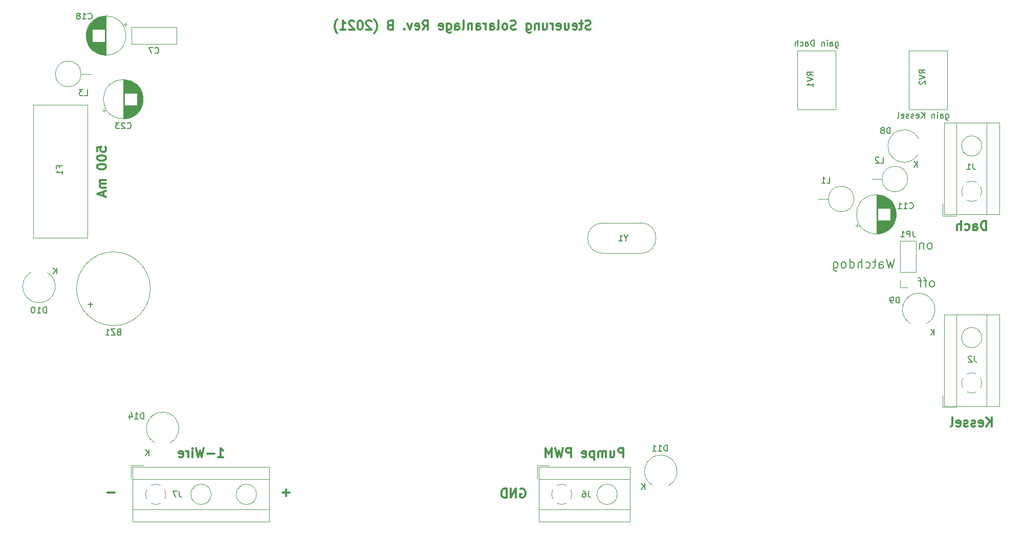
<source format=gbr>
%TF.GenerationSoftware,KiCad,Pcbnew,(5.1.9)-1*%
%TF.CreationDate,2021-03-04T22:01:39+01:00*%
%TF.ProjectId,Solaranlage,536f6c61-7261-46e6-9c61-67652e6b6963,rev?*%
%TF.SameCoordinates,Original*%
%TF.FileFunction,Legend,Bot*%
%TF.FilePolarity,Positive*%
%FSLAX46Y46*%
G04 Gerber Fmt 4.6, Leading zero omitted, Abs format (unit mm)*
G04 Created by KiCad (PCBNEW (5.1.9)-1) date 2021-03-04 22:01:39*
%MOMM*%
%LPD*%
G01*
G04 APERTURE LIST*
%ADD10C,0.300000*%
%ADD11C,0.150000*%
%ADD12C,0.120000*%
G04 APERTURE END LIST*
D10*
X160222285Y-58646142D02*
X160008000Y-58717571D01*
X159650857Y-58717571D01*
X159508000Y-58646142D01*
X159436571Y-58574714D01*
X159365142Y-58431857D01*
X159365142Y-58289000D01*
X159436571Y-58146142D01*
X159508000Y-58074714D01*
X159650857Y-58003285D01*
X159936571Y-57931857D01*
X160079428Y-57860428D01*
X160150857Y-57789000D01*
X160222285Y-57646142D01*
X160222285Y-57503285D01*
X160150857Y-57360428D01*
X160079428Y-57289000D01*
X159936571Y-57217571D01*
X159579428Y-57217571D01*
X159365142Y-57289000D01*
X158936571Y-57717571D02*
X158365142Y-57717571D01*
X158722285Y-57217571D02*
X158722285Y-58503285D01*
X158650857Y-58646142D01*
X158508000Y-58717571D01*
X158365142Y-58717571D01*
X157293714Y-58646142D02*
X157436571Y-58717571D01*
X157722285Y-58717571D01*
X157865142Y-58646142D01*
X157936571Y-58503285D01*
X157936571Y-57931857D01*
X157865142Y-57789000D01*
X157722285Y-57717571D01*
X157436571Y-57717571D01*
X157293714Y-57789000D01*
X157222285Y-57931857D01*
X157222285Y-58074714D01*
X157936571Y-58217571D01*
X155936571Y-57717571D02*
X155936571Y-58717571D01*
X156579428Y-57717571D02*
X156579428Y-58503285D01*
X156508000Y-58646142D01*
X156365142Y-58717571D01*
X156150857Y-58717571D01*
X156008000Y-58646142D01*
X155936571Y-58574714D01*
X154650857Y-58646142D02*
X154793714Y-58717571D01*
X155079428Y-58717571D01*
X155222285Y-58646142D01*
X155293714Y-58503285D01*
X155293714Y-57931857D01*
X155222285Y-57789000D01*
X155079428Y-57717571D01*
X154793714Y-57717571D01*
X154650857Y-57789000D01*
X154579428Y-57931857D01*
X154579428Y-58074714D01*
X155293714Y-58217571D01*
X153936571Y-58717571D02*
X153936571Y-57717571D01*
X153936571Y-58003285D02*
X153865142Y-57860428D01*
X153793714Y-57789000D01*
X153650857Y-57717571D01*
X153508000Y-57717571D01*
X152365142Y-57717571D02*
X152365142Y-58717571D01*
X153008000Y-57717571D02*
X153008000Y-58503285D01*
X152936571Y-58646142D01*
X152793714Y-58717571D01*
X152579428Y-58717571D01*
X152436571Y-58646142D01*
X152365142Y-58574714D01*
X151650857Y-57717571D02*
X151650857Y-58717571D01*
X151650857Y-57860428D02*
X151579428Y-57789000D01*
X151436571Y-57717571D01*
X151222285Y-57717571D01*
X151079428Y-57789000D01*
X151008000Y-57931857D01*
X151008000Y-58717571D01*
X149650857Y-57717571D02*
X149650857Y-58931857D01*
X149722285Y-59074714D01*
X149793714Y-59146142D01*
X149936571Y-59217571D01*
X150150857Y-59217571D01*
X150293714Y-59146142D01*
X149650857Y-58646142D02*
X149793714Y-58717571D01*
X150079428Y-58717571D01*
X150222285Y-58646142D01*
X150293714Y-58574714D01*
X150365142Y-58431857D01*
X150365142Y-58003285D01*
X150293714Y-57860428D01*
X150222285Y-57789000D01*
X150079428Y-57717571D01*
X149793714Y-57717571D01*
X149650857Y-57789000D01*
X147865142Y-58646142D02*
X147650857Y-58717571D01*
X147293714Y-58717571D01*
X147150857Y-58646142D01*
X147079428Y-58574714D01*
X147008000Y-58431857D01*
X147008000Y-58289000D01*
X147079428Y-58146142D01*
X147150857Y-58074714D01*
X147293714Y-58003285D01*
X147579428Y-57931857D01*
X147722285Y-57860428D01*
X147793714Y-57789000D01*
X147865142Y-57646142D01*
X147865142Y-57503285D01*
X147793714Y-57360428D01*
X147722285Y-57289000D01*
X147579428Y-57217571D01*
X147222285Y-57217571D01*
X147008000Y-57289000D01*
X146150857Y-58717571D02*
X146293714Y-58646142D01*
X146365142Y-58574714D01*
X146436571Y-58431857D01*
X146436571Y-58003285D01*
X146365142Y-57860428D01*
X146293714Y-57789000D01*
X146150857Y-57717571D01*
X145936571Y-57717571D01*
X145793714Y-57789000D01*
X145722285Y-57860428D01*
X145650857Y-58003285D01*
X145650857Y-58431857D01*
X145722285Y-58574714D01*
X145793714Y-58646142D01*
X145936571Y-58717571D01*
X146150857Y-58717571D01*
X144793714Y-58717571D02*
X144936571Y-58646142D01*
X145008000Y-58503285D01*
X145008000Y-57217571D01*
X143579428Y-58717571D02*
X143579428Y-57931857D01*
X143650857Y-57789000D01*
X143793714Y-57717571D01*
X144079428Y-57717571D01*
X144222285Y-57789000D01*
X143579428Y-58646142D02*
X143722285Y-58717571D01*
X144079428Y-58717571D01*
X144222285Y-58646142D01*
X144293714Y-58503285D01*
X144293714Y-58360428D01*
X144222285Y-58217571D01*
X144079428Y-58146142D01*
X143722285Y-58146142D01*
X143579428Y-58074714D01*
X142865142Y-58717571D02*
X142865142Y-57717571D01*
X142865142Y-58003285D02*
X142793714Y-57860428D01*
X142722285Y-57789000D01*
X142579428Y-57717571D01*
X142436571Y-57717571D01*
X141293714Y-58717571D02*
X141293714Y-57931857D01*
X141365142Y-57789000D01*
X141508000Y-57717571D01*
X141793714Y-57717571D01*
X141936571Y-57789000D01*
X141293714Y-58646142D02*
X141436571Y-58717571D01*
X141793714Y-58717571D01*
X141936571Y-58646142D01*
X142008000Y-58503285D01*
X142008000Y-58360428D01*
X141936571Y-58217571D01*
X141793714Y-58146142D01*
X141436571Y-58146142D01*
X141293714Y-58074714D01*
X140579428Y-57717571D02*
X140579428Y-58717571D01*
X140579428Y-57860428D02*
X140508000Y-57789000D01*
X140365142Y-57717571D01*
X140150857Y-57717571D01*
X140008000Y-57789000D01*
X139936571Y-57931857D01*
X139936571Y-58717571D01*
X139008000Y-58717571D02*
X139150857Y-58646142D01*
X139222285Y-58503285D01*
X139222285Y-57217571D01*
X137793714Y-58717571D02*
X137793714Y-57931857D01*
X137865142Y-57789000D01*
X138008000Y-57717571D01*
X138293714Y-57717571D01*
X138436571Y-57789000D01*
X137793714Y-58646142D02*
X137936571Y-58717571D01*
X138293714Y-58717571D01*
X138436571Y-58646142D01*
X138508000Y-58503285D01*
X138508000Y-58360428D01*
X138436571Y-58217571D01*
X138293714Y-58146142D01*
X137936571Y-58146142D01*
X137793714Y-58074714D01*
X136436571Y-57717571D02*
X136436571Y-58931857D01*
X136508000Y-59074714D01*
X136579428Y-59146142D01*
X136722285Y-59217571D01*
X136936571Y-59217571D01*
X137079428Y-59146142D01*
X136436571Y-58646142D02*
X136579428Y-58717571D01*
X136865142Y-58717571D01*
X137008000Y-58646142D01*
X137079428Y-58574714D01*
X137150857Y-58431857D01*
X137150857Y-58003285D01*
X137079428Y-57860428D01*
X137008000Y-57789000D01*
X136865142Y-57717571D01*
X136579428Y-57717571D01*
X136436571Y-57789000D01*
X135150857Y-58646142D02*
X135293714Y-58717571D01*
X135579428Y-58717571D01*
X135722285Y-58646142D01*
X135793714Y-58503285D01*
X135793714Y-57931857D01*
X135722285Y-57789000D01*
X135579428Y-57717571D01*
X135293714Y-57717571D01*
X135150857Y-57789000D01*
X135079428Y-57931857D01*
X135079428Y-58074714D01*
X135793714Y-58217571D01*
X132436571Y-58717571D02*
X132936571Y-58003285D01*
X133293714Y-58717571D02*
X133293714Y-57217571D01*
X132722285Y-57217571D01*
X132579428Y-57289000D01*
X132508000Y-57360428D01*
X132436571Y-57503285D01*
X132436571Y-57717571D01*
X132508000Y-57860428D01*
X132579428Y-57931857D01*
X132722285Y-58003285D01*
X133293714Y-58003285D01*
X131222285Y-58646142D02*
X131365142Y-58717571D01*
X131650857Y-58717571D01*
X131793714Y-58646142D01*
X131865142Y-58503285D01*
X131865142Y-57931857D01*
X131793714Y-57789000D01*
X131650857Y-57717571D01*
X131365142Y-57717571D01*
X131222285Y-57789000D01*
X131150857Y-57931857D01*
X131150857Y-58074714D01*
X131865142Y-58217571D01*
X130650857Y-57717571D02*
X130293714Y-58717571D01*
X129936571Y-57717571D01*
X129365142Y-58574714D02*
X129293714Y-58646142D01*
X129365142Y-58717571D01*
X129436571Y-58646142D01*
X129365142Y-58574714D01*
X129365142Y-58717571D01*
X127008000Y-57931857D02*
X126793714Y-58003285D01*
X126722285Y-58074714D01*
X126650857Y-58217571D01*
X126650857Y-58431857D01*
X126722285Y-58574714D01*
X126793714Y-58646142D01*
X126936571Y-58717571D01*
X127508000Y-58717571D01*
X127508000Y-57217571D01*
X127008000Y-57217571D01*
X126865142Y-57289000D01*
X126793714Y-57360428D01*
X126722285Y-57503285D01*
X126722285Y-57646142D01*
X126793714Y-57789000D01*
X126865142Y-57860428D01*
X127008000Y-57931857D01*
X127508000Y-57931857D01*
X124436571Y-59289000D02*
X124508000Y-59217571D01*
X124650857Y-59003285D01*
X124722285Y-58860428D01*
X124793714Y-58646142D01*
X124865142Y-58289000D01*
X124865142Y-58003285D01*
X124793714Y-57646142D01*
X124722285Y-57431857D01*
X124650857Y-57289000D01*
X124508000Y-57074714D01*
X124436571Y-57003285D01*
X123936571Y-57360428D02*
X123865142Y-57289000D01*
X123722285Y-57217571D01*
X123365142Y-57217571D01*
X123222285Y-57289000D01*
X123150857Y-57360428D01*
X123079428Y-57503285D01*
X123079428Y-57646142D01*
X123150857Y-57860428D01*
X124008000Y-58717571D01*
X123079428Y-58717571D01*
X122150857Y-57217571D02*
X122008000Y-57217571D01*
X121865142Y-57289000D01*
X121793714Y-57360428D01*
X121722285Y-57503285D01*
X121650857Y-57789000D01*
X121650857Y-58146142D01*
X121722285Y-58431857D01*
X121793714Y-58574714D01*
X121865142Y-58646142D01*
X122008000Y-58717571D01*
X122150857Y-58717571D01*
X122293714Y-58646142D01*
X122365142Y-58574714D01*
X122436571Y-58431857D01*
X122508000Y-58146142D01*
X122508000Y-57789000D01*
X122436571Y-57503285D01*
X122365142Y-57360428D01*
X122293714Y-57289000D01*
X122150857Y-57217571D01*
X121079428Y-57360428D02*
X121008000Y-57289000D01*
X120865142Y-57217571D01*
X120508000Y-57217571D01*
X120365142Y-57289000D01*
X120293714Y-57360428D01*
X120222285Y-57503285D01*
X120222285Y-57646142D01*
X120293714Y-57860428D01*
X121150857Y-58717571D01*
X120222285Y-58717571D01*
X118793714Y-58717571D02*
X119650857Y-58717571D01*
X119222285Y-58717571D02*
X119222285Y-57217571D01*
X119365142Y-57431857D01*
X119508000Y-57574714D01*
X119650857Y-57646142D01*
X118293714Y-59289000D02*
X118222285Y-59217571D01*
X118079428Y-59003285D01*
X118008000Y-58860428D01*
X117936571Y-58646142D01*
X117865142Y-58289000D01*
X117865142Y-58003285D01*
X117936571Y-57646142D01*
X118008000Y-57431857D01*
X118079428Y-57289000D01*
X118222285Y-57074714D01*
X118293714Y-57003285D01*
X78553571Y-78883285D02*
X78553571Y-78169000D01*
X79267857Y-78097571D01*
X79196428Y-78169000D01*
X79125000Y-78311857D01*
X79125000Y-78669000D01*
X79196428Y-78811857D01*
X79267857Y-78883285D01*
X79410714Y-78954714D01*
X79767857Y-78954714D01*
X79910714Y-78883285D01*
X79982142Y-78811857D01*
X80053571Y-78669000D01*
X80053571Y-78311857D01*
X79982142Y-78169000D01*
X79910714Y-78097571D01*
X78553571Y-79883285D02*
X78553571Y-80026142D01*
X78625000Y-80169000D01*
X78696428Y-80240428D01*
X78839285Y-80311857D01*
X79125000Y-80383285D01*
X79482142Y-80383285D01*
X79767857Y-80311857D01*
X79910714Y-80240428D01*
X79982142Y-80169000D01*
X80053571Y-80026142D01*
X80053571Y-79883285D01*
X79982142Y-79740428D01*
X79910714Y-79669000D01*
X79767857Y-79597571D01*
X79482142Y-79526142D01*
X79125000Y-79526142D01*
X78839285Y-79597571D01*
X78696428Y-79669000D01*
X78625000Y-79740428D01*
X78553571Y-79883285D01*
X78553571Y-81311857D02*
X78553571Y-81454714D01*
X78625000Y-81597571D01*
X78696428Y-81669000D01*
X78839285Y-81740428D01*
X79125000Y-81811857D01*
X79482142Y-81811857D01*
X79767857Y-81740428D01*
X79910714Y-81669000D01*
X79982142Y-81597571D01*
X80053571Y-81454714D01*
X80053571Y-81311857D01*
X79982142Y-81169000D01*
X79910714Y-81097571D01*
X79767857Y-81026142D01*
X79482142Y-80954714D01*
X79125000Y-80954714D01*
X78839285Y-81026142D01*
X78696428Y-81097571D01*
X78625000Y-81169000D01*
X78553571Y-81311857D01*
X80053571Y-83597571D02*
X79053571Y-83597571D01*
X79196428Y-83597571D02*
X79125000Y-83669000D01*
X79053571Y-83811857D01*
X79053571Y-84026142D01*
X79125000Y-84169000D01*
X79267857Y-84240428D01*
X80053571Y-84240428D01*
X79267857Y-84240428D02*
X79125000Y-84311857D01*
X79053571Y-84454714D01*
X79053571Y-84669000D01*
X79125000Y-84811857D01*
X79267857Y-84883285D01*
X80053571Y-84883285D01*
X79625000Y-85526142D02*
X79625000Y-86240428D01*
X80053571Y-85383285D02*
X78553571Y-85883285D01*
X80053571Y-86383285D01*
X148589857Y-134766000D02*
X148732714Y-134694571D01*
X148947000Y-134694571D01*
X149161285Y-134766000D01*
X149304142Y-134908857D01*
X149375571Y-135051714D01*
X149447000Y-135337428D01*
X149447000Y-135551714D01*
X149375571Y-135837428D01*
X149304142Y-135980285D01*
X149161285Y-136123142D01*
X148947000Y-136194571D01*
X148804142Y-136194571D01*
X148589857Y-136123142D01*
X148518428Y-136051714D01*
X148518428Y-135551714D01*
X148804142Y-135551714D01*
X147875571Y-136194571D02*
X147875571Y-134694571D01*
X147018428Y-136194571D01*
X147018428Y-134694571D01*
X146304142Y-136194571D02*
X146304142Y-134694571D01*
X145947000Y-134694571D01*
X145732714Y-134766000D01*
X145589857Y-134908857D01*
X145518428Y-135051714D01*
X145447000Y-135337428D01*
X145447000Y-135551714D01*
X145518428Y-135837428D01*
X145589857Y-135980285D01*
X145732714Y-136123142D01*
X145947000Y-136194571D01*
X146304142Y-136194571D01*
X81470428Y-135362142D02*
X80327571Y-135362142D01*
X110426428Y-135362142D02*
X109283571Y-135362142D01*
X109855000Y-135933571D02*
X109855000Y-134790714D01*
X98586428Y-129456571D02*
X99443571Y-129456571D01*
X99015000Y-129456571D02*
X99015000Y-127956571D01*
X99157857Y-128170857D01*
X99300714Y-128313714D01*
X99443571Y-128385142D01*
X97943571Y-128885142D02*
X96800714Y-128885142D01*
X96229285Y-127956571D02*
X95872142Y-129456571D01*
X95586428Y-128385142D01*
X95300714Y-129456571D01*
X94943571Y-127956571D01*
X94372142Y-129456571D02*
X94372142Y-128456571D01*
X94372142Y-127956571D02*
X94443571Y-128028000D01*
X94372142Y-128099428D01*
X94300714Y-128028000D01*
X94372142Y-127956571D01*
X94372142Y-128099428D01*
X93657857Y-129456571D02*
X93657857Y-128456571D01*
X93657857Y-128742285D02*
X93586428Y-128599428D01*
X93515000Y-128528000D01*
X93372142Y-128456571D01*
X93229285Y-128456571D01*
X92157857Y-129385142D02*
X92300714Y-129456571D01*
X92586428Y-129456571D01*
X92729285Y-129385142D01*
X92800714Y-129242285D01*
X92800714Y-128670857D01*
X92729285Y-128528000D01*
X92586428Y-128456571D01*
X92300714Y-128456571D01*
X92157857Y-128528000D01*
X92086428Y-128670857D01*
X92086428Y-128813714D01*
X92800714Y-128956571D01*
D11*
X216788856Y-101297072D02*
X216931713Y-101225643D01*
X217003142Y-101154215D01*
X217074571Y-101011358D01*
X217074571Y-100582786D01*
X217003142Y-100439929D01*
X216931713Y-100368501D01*
X216788856Y-100297072D01*
X216574571Y-100297072D01*
X216431713Y-100368501D01*
X216360285Y-100439929D01*
X216288856Y-100582786D01*
X216288856Y-101011358D01*
X216360285Y-101154215D01*
X216431713Y-101225643D01*
X216574571Y-101297072D01*
X216788856Y-101297072D01*
X215860285Y-100297072D02*
X215288856Y-100297072D01*
X215645999Y-101297072D02*
X215645999Y-100011358D01*
X215574571Y-99868501D01*
X215431713Y-99797072D01*
X215288856Y-99797072D01*
X215003142Y-100297072D02*
X214431713Y-100297072D01*
X214788856Y-101297072D02*
X214788856Y-100011358D01*
X214717428Y-99868501D01*
X214574571Y-99797072D01*
X214431713Y-99797072D01*
X216431714Y-94997070D02*
X216574571Y-94925641D01*
X216646000Y-94854213D01*
X216717428Y-94711356D01*
X216717428Y-94282784D01*
X216646000Y-94139927D01*
X216574571Y-94068499D01*
X216431714Y-93997070D01*
X216217428Y-93997070D01*
X216074571Y-94068499D01*
X216003142Y-94139927D01*
X215931714Y-94282784D01*
X215931714Y-94711356D01*
X216003142Y-94854213D01*
X216074571Y-94925641D01*
X216217428Y-94997070D01*
X216431714Y-94997070D01*
X215288857Y-93997070D02*
X215288857Y-94997070D01*
X215288857Y-94139927D02*
X215217428Y-94068499D01*
X215074571Y-93997070D01*
X214860285Y-93997070D01*
X214717428Y-94068499D01*
X214646000Y-94211356D01*
X214646000Y-94997070D01*
X210466142Y-96647071D02*
X210109000Y-98147071D01*
X209823285Y-97075642D01*
X209537571Y-98147071D01*
X209180428Y-96647071D01*
X207966142Y-98147071D02*
X207966142Y-97361357D01*
X208037571Y-97218500D01*
X208180428Y-97147071D01*
X208466142Y-97147071D01*
X208609000Y-97218500D01*
X207966142Y-98075642D02*
X208109000Y-98147071D01*
X208466142Y-98147071D01*
X208609000Y-98075642D01*
X208680428Y-97932785D01*
X208680428Y-97789928D01*
X208609000Y-97647071D01*
X208466142Y-97575642D01*
X208109000Y-97575642D01*
X207966142Y-97504214D01*
X207466142Y-97147071D02*
X206894714Y-97147071D01*
X207251857Y-96647071D02*
X207251857Y-97932785D01*
X207180428Y-98075642D01*
X207037571Y-98147071D01*
X206894714Y-98147071D01*
X205751857Y-98075642D02*
X205894714Y-98147071D01*
X206180428Y-98147071D01*
X206323285Y-98075642D01*
X206394714Y-98004214D01*
X206466142Y-97861357D01*
X206466142Y-97432785D01*
X206394714Y-97289928D01*
X206323285Y-97218500D01*
X206180428Y-97147071D01*
X205894714Y-97147071D01*
X205751857Y-97218500D01*
X205109000Y-98147071D02*
X205109000Y-96647071D01*
X204466142Y-98147071D02*
X204466142Y-97361357D01*
X204537571Y-97218500D01*
X204680428Y-97147071D01*
X204894714Y-97147071D01*
X205037571Y-97218500D01*
X205109000Y-97289928D01*
X203109000Y-98147071D02*
X203109000Y-96647071D01*
X203109000Y-98075642D02*
X203251857Y-98147071D01*
X203537571Y-98147071D01*
X203680428Y-98075642D01*
X203751857Y-98004214D01*
X203823285Y-97861357D01*
X203823285Y-97432785D01*
X203751857Y-97289928D01*
X203680428Y-97218500D01*
X203537571Y-97147071D01*
X203251857Y-97147071D01*
X203109000Y-97218500D01*
X202180428Y-98147071D02*
X202323285Y-98075642D01*
X202394714Y-98004214D01*
X202466142Y-97861357D01*
X202466142Y-97432785D01*
X202394714Y-97289928D01*
X202323285Y-97218500D01*
X202180428Y-97147071D01*
X201966142Y-97147071D01*
X201823285Y-97218500D01*
X201751857Y-97289928D01*
X201680428Y-97432785D01*
X201680428Y-97861357D01*
X201751857Y-98004214D01*
X201823285Y-98075642D01*
X201966142Y-98147071D01*
X202180428Y-98147071D01*
X200394714Y-97147071D02*
X200394714Y-98361357D01*
X200466142Y-98504214D01*
X200537571Y-98575642D01*
X200680428Y-98647071D01*
X200894714Y-98647071D01*
X201037571Y-98575642D01*
X200394714Y-98075642D02*
X200537571Y-98147071D01*
X200823285Y-98147071D01*
X200966142Y-98075642D01*
X201037571Y-98004214D01*
X201109000Y-97861357D01*
X201109000Y-97432785D01*
X201037571Y-97289928D01*
X200966142Y-97218500D01*
X200823285Y-97147071D01*
X200537571Y-97147071D01*
X200394714Y-97218500D01*
X219003095Y-72683714D02*
X219003095Y-73493238D01*
X219050714Y-73588476D01*
X219098333Y-73636095D01*
X219193571Y-73683714D01*
X219336428Y-73683714D01*
X219431666Y-73636095D01*
X219003095Y-73302761D02*
X219098333Y-73350380D01*
X219288809Y-73350380D01*
X219384047Y-73302761D01*
X219431666Y-73255142D01*
X219479285Y-73159904D01*
X219479285Y-72874190D01*
X219431666Y-72778952D01*
X219384047Y-72731333D01*
X219288809Y-72683714D01*
X219098333Y-72683714D01*
X219003095Y-72731333D01*
X218098333Y-73350380D02*
X218098333Y-72826571D01*
X218145952Y-72731333D01*
X218241190Y-72683714D01*
X218431666Y-72683714D01*
X218526904Y-72731333D01*
X218098333Y-73302761D02*
X218193571Y-73350380D01*
X218431666Y-73350380D01*
X218526904Y-73302761D01*
X218574523Y-73207523D01*
X218574523Y-73112285D01*
X218526904Y-73017047D01*
X218431666Y-72969428D01*
X218193571Y-72969428D01*
X218098333Y-72921809D01*
X217622142Y-73350380D02*
X217622142Y-72683714D01*
X217622142Y-72350380D02*
X217669761Y-72398000D01*
X217622142Y-72445619D01*
X217574523Y-72398000D01*
X217622142Y-72350380D01*
X217622142Y-72445619D01*
X217145952Y-72683714D02*
X217145952Y-73350380D01*
X217145952Y-72778952D02*
X217098333Y-72731333D01*
X217003095Y-72683714D01*
X216860238Y-72683714D01*
X216765000Y-72731333D01*
X216717380Y-72826571D01*
X216717380Y-73350380D01*
X215479285Y-73350380D02*
X215479285Y-72350380D01*
X214907857Y-73350380D02*
X215336428Y-72778952D01*
X214907857Y-72350380D02*
X215479285Y-72921809D01*
X214098333Y-73302761D02*
X214193571Y-73350380D01*
X214384047Y-73350380D01*
X214479285Y-73302761D01*
X214526904Y-73207523D01*
X214526904Y-72826571D01*
X214479285Y-72731333D01*
X214384047Y-72683714D01*
X214193571Y-72683714D01*
X214098333Y-72731333D01*
X214050714Y-72826571D01*
X214050714Y-72921809D01*
X214526904Y-73017047D01*
X213669761Y-73302761D02*
X213574523Y-73350380D01*
X213384047Y-73350380D01*
X213288809Y-73302761D01*
X213241190Y-73207523D01*
X213241190Y-73159904D01*
X213288809Y-73064666D01*
X213384047Y-73017047D01*
X213526904Y-73017047D01*
X213622142Y-72969428D01*
X213669761Y-72874190D01*
X213669761Y-72826571D01*
X213622142Y-72731333D01*
X213526904Y-72683714D01*
X213384047Y-72683714D01*
X213288809Y-72731333D01*
X212860238Y-73302761D02*
X212765000Y-73350380D01*
X212574523Y-73350380D01*
X212479285Y-73302761D01*
X212431666Y-73207523D01*
X212431666Y-73159904D01*
X212479285Y-73064666D01*
X212574523Y-73017047D01*
X212717380Y-73017047D01*
X212812619Y-72969428D01*
X212860238Y-72874190D01*
X212860238Y-72826571D01*
X212812619Y-72731333D01*
X212717380Y-72683714D01*
X212574523Y-72683714D01*
X212479285Y-72731333D01*
X211622142Y-73302761D02*
X211717380Y-73350380D01*
X211907857Y-73350380D01*
X212003095Y-73302761D01*
X212050714Y-73207523D01*
X212050714Y-72826571D01*
X212003095Y-72731333D01*
X211907857Y-72683714D01*
X211717380Y-72683714D01*
X211622142Y-72731333D01*
X211574523Y-72826571D01*
X211574523Y-72921809D01*
X212050714Y-73017047D01*
X211003095Y-73350380D02*
X211098333Y-73302761D01*
X211145952Y-73207523D01*
X211145952Y-72350380D01*
X200754857Y-60745714D02*
X200754857Y-61555238D01*
X200802476Y-61650476D01*
X200850095Y-61698095D01*
X200945333Y-61745714D01*
X201088190Y-61745714D01*
X201183428Y-61698095D01*
X200754857Y-61364761D02*
X200850095Y-61412380D01*
X201040571Y-61412380D01*
X201135809Y-61364761D01*
X201183428Y-61317142D01*
X201231047Y-61221904D01*
X201231047Y-60936190D01*
X201183428Y-60840952D01*
X201135809Y-60793333D01*
X201040571Y-60745714D01*
X200850095Y-60745714D01*
X200754857Y-60793333D01*
X199850095Y-61412380D02*
X199850095Y-60888571D01*
X199897714Y-60793333D01*
X199992952Y-60745714D01*
X200183428Y-60745714D01*
X200278666Y-60793333D01*
X199850095Y-61364761D02*
X199945333Y-61412380D01*
X200183428Y-61412380D01*
X200278666Y-61364761D01*
X200326285Y-61269523D01*
X200326285Y-61174285D01*
X200278666Y-61079047D01*
X200183428Y-61031428D01*
X199945333Y-61031428D01*
X199850095Y-60983809D01*
X199373904Y-61412380D02*
X199373904Y-60745714D01*
X199373904Y-60412380D02*
X199421523Y-60460000D01*
X199373904Y-60507619D01*
X199326285Y-60460000D01*
X199373904Y-60412380D01*
X199373904Y-60507619D01*
X198897714Y-60745714D02*
X198897714Y-61412380D01*
X198897714Y-60840952D02*
X198850095Y-60793333D01*
X198754857Y-60745714D01*
X198612000Y-60745714D01*
X198516761Y-60793333D01*
X198469142Y-60888571D01*
X198469142Y-61412380D01*
X197231047Y-61412380D02*
X197231047Y-60412380D01*
X196992952Y-60412380D01*
X196850095Y-60460000D01*
X196754857Y-60555238D01*
X196707238Y-60650476D01*
X196659619Y-60840952D01*
X196659619Y-60983809D01*
X196707238Y-61174285D01*
X196754857Y-61269523D01*
X196850095Y-61364761D01*
X196992952Y-61412380D01*
X197231047Y-61412380D01*
X195802476Y-61412380D02*
X195802476Y-60888571D01*
X195850095Y-60793333D01*
X195945333Y-60745714D01*
X196135809Y-60745714D01*
X196231047Y-60793333D01*
X195802476Y-61364761D02*
X195897714Y-61412380D01*
X196135809Y-61412380D01*
X196231047Y-61364761D01*
X196278666Y-61269523D01*
X196278666Y-61174285D01*
X196231047Y-61079047D01*
X196135809Y-61031428D01*
X195897714Y-61031428D01*
X195802476Y-60983809D01*
X194897714Y-61364761D02*
X194992952Y-61412380D01*
X195183428Y-61412380D01*
X195278666Y-61364761D01*
X195326285Y-61317142D01*
X195373904Y-61221904D01*
X195373904Y-60936190D01*
X195326285Y-60840952D01*
X195278666Y-60793333D01*
X195183428Y-60745714D01*
X194992952Y-60745714D01*
X194897714Y-60793333D01*
X194469142Y-61412380D02*
X194469142Y-60412380D01*
X194040571Y-61412380D02*
X194040571Y-60888571D01*
X194088190Y-60793333D01*
X194183428Y-60745714D01*
X194326285Y-60745714D01*
X194421523Y-60793333D01*
X194469142Y-60840952D01*
D10*
X226551714Y-124376571D02*
X226551714Y-122876571D01*
X225694571Y-124376571D02*
X226337428Y-123519428D01*
X225694571Y-122876571D02*
X226551714Y-123733714D01*
X224480285Y-124305142D02*
X224623142Y-124376571D01*
X224908857Y-124376571D01*
X225051714Y-124305142D01*
X225123142Y-124162285D01*
X225123142Y-123590857D01*
X225051714Y-123448000D01*
X224908857Y-123376571D01*
X224623142Y-123376571D01*
X224480285Y-123448000D01*
X224408857Y-123590857D01*
X224408857Y-123733714D01*
X225123142Y-123876571D01*
X223837428Y-124305142D02*
X223694571Y-124376571D01*
X223408857Y-124376571D01*
X223266000Y-124305142D01*
X223194571Y-124162285D01*
X223194571Y-124090857D01*
X223266000Y-123948000D01*
X223408857Y-123876571D01*
X223623142Y-123876571D01*
X223766000Y-123805142D01*
X223837428Y-123662285D01*
X223837428Y-123590857D01*
X223766000Y-123448000D01*
X223623142Y-123376571D01*
X223408857Y-123376571D01*
X223266000Y-123448000D01*
X222623142Y-124305142D02*
X222480285Y-124376571D01*
X222194571Y-124376571D01*
X222051714Y-124305142D01*
X221980285Y-124162285D01*
X221980285Y-124090857D01*
X222051714Y-123948000D01*
X222194571Y-123876571D01*
X222408857Y-123876571D01*
X222551714Y-123805142D01*
X222623142Y-123662285D01*
X222623142Y-123590857D01*
X222551714Y-123448000D01*
X222408857Y-123376571D01*
X222194571Y-123376571D01*
X222051714Y-123448000D01*
X220766000Y-124305142D02*
X220908857Y-124376571D01*
X221194571Y-124376571D01*
X221337428Y-124305142D01*
X221408857Y-124162285D01*
X221408857Y-123590857D01*
X221337428Y-123448000D01*
X221194571Y-123376571D01*
X220908857Y-123376571D01*
X220766000Y-123448000D01*
X220694571Y-123590857D01*
X220694571Y-123733714D01*
X221408857Y-123876571D01*
X219837428Y-124376571D02*
X219980285Y-124305142D01*
X220051714Y-124162285D01*
X220051714Y-122876571D01*
X225658857Y-91864571D02*
X225658857Y-90364571D01*
X225301714Y-90364571D01*
X225087428Y-90436000D01*
X224944571Y-90578857D01*
X224873142Y-90721714D01*
X224801714Y-91007428D01*
X224801714Y-91221714D01*
X224873142Y-91507428D01*
X224944571Y-91650285D01*
X225087428Y-91793142D01*
X225301714Y-91864571D01*
X225658857Y-91864571D01*
X223516000Y-91864571D02*
X223516000Y-91078857D01*
X223587428Y-90936000D01*
X223730285Y-90864571D01*
X224016000Y-90864571D01*
X224158857Y-90936000D01*
X223516000Y-91793142D02*
X223658857Y-91864571D01*
X224016000Y-91864571D01*
X224158857Y-91793142D01*
X224230285Y-91650285D01*
X224230285Y-91507428D01*
X224158857Y-91364571D01*
X224016000Y-91293142D01*
X223658857Y-91293142D01*
X223516000Y-91221714D01*
X222158857Y-91793142D02*
X222301714Y-91864571D01*
X222587428Y-91864571D01*
X222730285Y-91793142D01*
X222801714Y-91721714D01*
X222873142Y-91578857D01*
X222873142Y-91150285D01*
X222801714Y-91007428D01*
X222730285Y-90936000D01*
X222587428Y-90864571D01*
X222301714Y-90864571D01*
X222158857Y-90936000D01*
X221516000Y-91864571D02*
X221516000Y-90364571D01*
X220873142Y-91864571D02*
X220873142Y-91078857D01*
X220944571Y-90936000D01*
X221087428Y-90864571D01*
X221301714Y-90864571D01*
X221444571Y-90936000D01*
X221516000Y-91007428D01*
X165626571Y-129456571D02*
X165626571Y-127956571D01*
X165055142Y-127956571D01*
X164912285Y-128028000D01*
X164840857Y-128099428D01*
X164769428Y-128242285D01*
X164769428Y-128456571D01*
X164840857Y-128599428D01*
X164912285Y-128670857D01*
X165055142Y-128742285D01*
X165626571Y-128742285D01*
X163483714Y-128456571D02*
X163483714Y-129456571D01*
X164126571Y-128456571D02*
X164126571Y-129242285D01*
X164055142Y-129385142D01*
X163912285Y-129456571D01*
X163698000Y-129456571D01*
X163555142Y-129385142D01*
X163483714Y-129313714D01*
X162769428Y-129456571D02*
X162769428Y-128456571D01*
X162769428Y-128599428D02*
X162698000Y-128528000D01*
X162555142Y-128456571D01*
X162340857Y-128456571D01*
X162198000Y-128528000D01*
X162126571Y-128670857D01*
X162126571Y-129456571D01*
X162126571Y-128670857D02*
X162055142Y-128528000D01*
X161912285Y-128456571D01*
X161698000Y-128456571D01*
X161555142Y-128528000D01*
X161483714Y-128670857D01*
X161483714Y-129456571D01*
X160769428Y-128456571D02*
X160769428Y-129956571D01*
X160769428Y-128528000D02*
X160626571Y-128456571D01*
X160340857Y-128456571D01*
X160198000Y-128528000D01*
X160126571Y-128599428D01*
X160055142Y-128742285D01*
X160055142Y-129170857D01*
X160126571Y-129313714D01*
X160198000Y-129385142D01*
X160340857Y-129456571D01*
X160626571Y-129456571D01*
X160769428Y-129385142D01*
X158840857Y-129385142D02*
X158983714Y-129456571D01*
X159269428Y-129456571D01*
X159412285Y-129385142D01*
X159483714Y-129242285D01*
X159483714Y-128670857D01*
X159412285Y-128528000D01*
X159269428Y-128456571D01*
X158983714Y-128456571D01*
X158840857Y-128528000D01*
X158769428Y-128670857D01*
X158769428Y-128813714D01*
X159483714Y-128956571D01*
X156983714Y-129456571D02*
X156983714Y-127956571D01*
X156412285Y-127956571D01*
X156269428Y-128028000D01*
X156198000Y-128099428D01*
X156126571Y-128242285D01*
X156126571Y-128456571D01*
X156198000Y-128599428D01*
X156269428Y-128670857D01*
X156412285Y-128742285D01*
X156983714Y-128742285D01*
X155626571Y-127956571D02*
X155269428Y-129456571D01*
X154983714Y-128385142D01*
X154698000Y-129456571D01*
X154340857Y-127956571D01*
X153769428Y-129456571D02*
X153769428Y-127956571D01*
X153269428Y-129028000D01*
X152769428Y-127956571D01*
X152769428Y-129456571D01*
D12*
%TO.C,C7*%
X84251000Y-61060000D02*
X91691000Y-61060000D01*
X84251000Y-58320000D02*
X91691000Y-58320000D01*
X84251000Y-61060000D02*
X84251000Y-58320000D01*
X91691000Y-61060000D02*
X91691000Y-58320000D01*
%TO.C,C23*%
X86181000Y-70231000D02*
G75*
G03*
X86181000Y-70231000I-3270000J0D01*
G01*
X82911000Y-73461000D02*
X82911000Y-67001000D01*
X82951000Y-73461000D02*
X82951000Y-67001000D01*
X82991000Y-73461000D02*
X82991000Y-67001000D01*
X83031000Y-73459000D02*
X83031000Y-67003000D01*
X83071000Y-73458000D02*
X83071000Y-67004000D01*
X83111000Y-73455000D02*
X83111000Y-67007000D01*
X83151000Y-73453000D02*
X83151000Y-71271000D01*
X83151000Y-69191000D02*
X83151000Y-67009000D01*
X83191000Y-73449000D02*
X83191000Y-71271000D01*
X83191000Y-69191000D02*
X83191000Y-67013000D01*
X83231000Y-73446000D02*
X83231000Y-71271000D01*
X83231000Y-69191000D02*
X83231000Y-67016000D01*
X83271000Y-73442000D02*
X83271000Y-71271000D01*
X83271000Y-69191000D02*
X83271000Y-67020000D01*
X83311000Y-73437000D02*
X83311000Y-71271000D01*
X83311000Y-69191000D02*
X83311000Y-67025000D01*
X83351000Y-73432000D02*
X83351000Y-71271000D01*
X83351000Y-69191000D02*
X83351000Y-67030000D01*
X83391000Y-73426000D02*
X83391000Y-71271000D01*
X83391000Y-69191000D02*
X83391000Y-67036000D01*
X83431000Y-73420000D02*
X83431000Y-71271000D01*
X83431000Y-69191000D02*
X83431000Y-67042000D01*
X83471000Y-73413000D02*
X83471000Y-71271000D01*
X83471000Y-69191000D02*
X83471000Y-67049000D01*
X83511000Y-73406000D02*
X83511000Y-71271000D01*
X83511000Y-69191000D02*
X83511000Y-67056000D01*
X83551000Y-73398000D02*
X83551000Y-71271000D01*
X83551000Y-69191000D02*
X83551000Y-67064000D01*
X83591000Y-73390000D02*
X83591000Y-71271000D01*
X83591000Y-69191000D02*
X83591000Y-67072000D01*
X83632000Y-73381000D02*
X83632000Y-71271000D01*
X83632000Y-69191000D02*
X83632000Y-67081000D01*
X83672000Y-73372000D02*
X83672000Y-71271000D01*
X83672000Y-69191000D02*
X83672000Y-67090000D01*
X83712000Y-73362000D02*
X83712000Y-71271000D01*
X83712000Y-69191000D02*
X83712000Y-67100000D01*
X83752000Y-73352000D02*
X83752000Y-71271000D01*
X83752000Y-69191000D02*
X83752000Y-67110000D01*
X83792000Y-73341000D02*
X83792000Y-71271000D01*
X83792000Y-69191000D02*
X83792000Y-67121000D01*
X83832000Y-73329000D02*
X83832000Y-71271000D01*
X83832000Y-69191000D02*
X83832000Y-67133000D01*
X83872000Y-73317000D02*
X83872000Y-71271000D01*
X83872000Y-69191000D02*
X83872000Y-67145000D01*
X83912000Y-73305000D02*
X83912000Y-71271000D01*
X83912000Y-69191000D02*
X83912000Y-67157000D01*
X83952000Y-73292000D02*
X83952000Y-71271000D01*
X83952000Y-69191000D02*
X83952000Y-67170000D01*
X83992000Y-73278000D02*
X83992000Y-71271000D01*
X83992000Y-69191000D02*
X83992000Y-67184000D01*
X84032000Y-73264000D02*
X84032000Y-71271000D01*
X84032000Y-69191000D02*
X84032000Y-67198000D01*
X84072000Y-73249000D02*
X84072000Y-71271000D01*
X84072000Y-69191000D02*
X84072000Y-67213000D01*
X84112000Y-73233000D02*
X84112000Y-71271000D01*
X84112000Y-69191000D02*
X84112000Y-67229000D01*
X84152000Y-73217000D02*
X84152000Y-71271000D01*
X84152000Y-69191000D02*
X84152000Y-67245000D01*
X84192000Y-73201000D02*
X84192000Y-71271000D01*
X84192000Y-69191000D02*
X84192000Y-67261000D01*
X84232000Y-73183000D02*
X84232000Y-71271000D01*
X84232000Y-69191000D02*
X84232000Y-67279000D01*
X84272000Y-73165000D02*
X84272000Y-71271000D01*
X84272000Y-69191000D02*
X84272000Y-67297000D01*
X84312000Y-73147000D02*
X84312000Y-71271000D01*
X84312000Y-69191000D02*
X84312000Y-67315000D01*
X84352000Y-73127000D02*
X84352000Y-71271000D01*
X84352000Y-69191000D02*
X84352000Y-67335000D01*
X84392000Y-73107000D02*
X84392000Y-71271000D01*
X84392000Y-69191000D02*
X84392000Y-67355000D01*
X84432000Y-73087000D02*
X84432000Y-71271000D01*
X84432000Y-69191000D02*
X84432000Y-67375000D01*
X84472000Y-73065000D02*
X84472000Y-71271000D01*
X84472000Y-69191000D02*
X84472000Y-67397000D01*
X84512000Y-73043000D02*
X84512000Y-71271000D01*
X84512000Y-69191000D02*
X84512000Y-67419000D01*
X84552000Y-73021000D02*
X84552000Y-71271000D01*
X84552000Y-69191000D02*
X84552000Y-67441000D01*
X84592000Y-72997000D02*
X84592000Y-71271000D01*
X84592000Y-69191000D02*
X84592000Y-67465000D01*
X84632000Y-72973000D02*
X84632000Y-71271000D01*
X84632000Y-69191000D02*
X84632000Y-67489000D01*
X84672000Y-72947000D02*
X84672000Y-71271000D01*
X84672000Y-69191000D02*
X84672000Y-67515000D01*
X84712000Y-72921000D02*
X84712000Y-71271000D01*
X84712000Y-69191000D02*
X84712000Y-67541000D01*
X84752000Y-72895000D02*
X84752000Y-71271000D01*
X84752000Y-69191000D02*
X84752000Y-67567000D01*
X84792000Y-72867000D02*
X84792000Y-71271000D01*
X84792000Y-69191000D02*
X84792000Y-67595000D01*
X84832000Y-72838000D02*
X84832000Y-71271000D01*
X84832000Y-69191000D02*
X84832000Y-67624000D01*
X84872000Y-72809000D02*
X84872000Y-71271000D01*
X84872000Y-69191000D02*
X84872000Y-67653000D01*
X84912000Y-72779000D02*
X84912000Y-71271000D01*
X84912000Y-69191000D02*
X84912000Y-67683000D01*
X84952000Y-72747000D02*
X84952000Y-71271000D01*
X84952000Y-69191000D02*
X84952000Y-67715000D01*
X84992000Y-72715000D02*
X84992000Y-71271000D01*
X84992000Y-69191000D02*
X84992000Y-67747000D01*
X85032000Y-72681000D02*
X85032000Y-71271000D01*
X85032000Y-69191000D02*
X85032000Y-67781000D01*
X85072000Y-72647000D02*
X85072000Y-71271000D01*
X85072000Y-69191000D02*
X85072000Y-67815000D01*
X85112000Y-72611000D02*
X85112000Y-71271000D01*
X85112000Y-69191000D02*
X85112000Y-67851000D01*
X85152000Y-72574000D02*
X85152000Y-71271000D01*
X85152000Y-69191000D02*
X85152000Y-67888000D01*
X85192000Y-72536000D02*
X85192000Y-71271000D01*
X85192000Y-69191000D02*
X85192000Y-67926000D01*
X85232000Y-72496000D02*
X85232000Y-67966000D01*
X85272000Y-72455000D02*
X85272000Y-68007000D01*
X85312000Y-72413000D02*
X85312000Y-68049000D01*
X85352000Y-72368000D02*
X85352000Y-68094000D01*
X85392000Y-72323000D02*
X85392000Y-68139000D01*
X85432000Y-72275000D02*
X85432000Y-68187000D01*
X85472000Y-72226000D02*
X85472000Y-68236000D01*
X85512000Y-72175000D02*
X85512000Y-68287000D01*
X85552000Y-72121000D02*
X85552000Y-68341000D01*
X85592000Y-72065000D02*
X85592000Y-68397000D01*
X85632000Y-72007000D02*
X85632000Y-68455000D01*
X85672000Y-71945000D02*
X85672000Y-68517000D01*
X85712000Y-71881000D02*
X85712000Y-68581000D01*
X85752000Y-71812000D02*
X85752000Y-68650000D01*
X85792000Y-71740000D02*
X85792000Y-68722000D01*
X85832000Y-71663000D02*
X85832000Y-68799000D01*
X85872000Y-71581000D02*
X85872000Y-68881000D01*
X85912000Y-71493000D02*
X85912000Y-68969000D01*
X85952000Y-71396000D02*
X85952000Y-69066000D01*
X85992000Y-71290000D02*
X85992000Y-69172000D01*
X86032000Y-71171000D02*
X86032000Y-69291000D01*
X86072000Y-71033000D02*
X86072000Y-69429000D01*
X86112000Y-70864000D02*
X86112000Y-69598000D01*
X86152000Y-70633000D02*
X86152000Y-69829000D01*
X79410759Y-72070000D02*
X80040759Y-72070000D01*
X79725759Y-72385000D02*
X79725759Y-71755000D01*
%TO.C,F1*%
X68017000Y-71169000D02*
X77017000Y-71169000D01*
X77017000Y-71169000D02*
X77017000Y-93169000D01*
X77017000Y-93169000D02*
X68017000Y-93169000D01*
X68017000Y-93169000D02*
X68017000Y-71169000D01*
%TO.C,BZ1*%
X87370000Y-101600000D02*
G75*
G03*
X87370000Y-101600000I-6100000J0D01*
G01*
%TO.C,D14*%
X88017818Y-127023420D02*
G75*
G02*
X90708000Y-127075361I1390182J2309420D01*
G01*
%TO.C,J7*%
X84215000Y-130836000D02*
X86215000Y-130836000D01*
X84215000Y-133076000D02*
X84215000Y-130836000D01*
X102085000Y-134660000D02*
X101991000Y-134567000D01*
X104335000Y-136911000D02*
X104276000Y-136852000D01*
X102255000Y-134420000D02*
X102196000Y-134362000D01*
X104540000Y-136705000D02*
X104446000Y-136612000D01*
X94585000Y-134660000D02*
X94491000Y-134567000D01*
X96835000Y-136911000D02*
X96776000Y-136852000D01*
X94755000Y-134420000D02*
X94696000Y-134362000D01*
X97040000Y-136705000D02*
X96946000Y-136612000D01*
X107076000Y-140196000D02*
X107076000Y-131076000D01*
X84455000Y-140196000D02*
X84455000Y-131076000D01*
X84455000Y-131076000D02*
X107076000Y-131076000D01*
X84455000Y-140196000D02*
X107076000Y-140196000D01*
X84455000Y-138136000D02*
X107076000Y-138136000D01*
X84455000Y-133136000D02*
X107076000Y-133136000D01*
X104945000Y-135636000D02*
G75*
G03*
X104945000Y-135636000I-1680000J0D01*
G01*
X97445000Y-135636000D02*
G75*
G03*
X97445000Y-135636000I-1680000J0D01*
G01*
X89053712Y-134152648D02*
G75*
G03*
X88265000Y-133956000I-788712J-1483352D01*
G01*
X89748953Y-136425088D02*
G75*
G03*
X89749000Y-134847000I-1483953J789088D01*
G01*
X87475912Y-137119953D02*
G75*
G03*
X89054000Y-137120000I789088J1483953D01*
G01*
X86781047Y-134846912D02*
G75*
G03*
X86781000Y-136425000I1483953J-789088D01*
G01*
X88294383Y-133955550D02*
G75*
G03*
X87476000Y-134152000I-29383J-1680450D01*
G01*
%TO.C,L3*%
X75907000Y-66040000D02*
G75*
G03*
X75907000Y-66040000I-2120000J0D01*
G01*
X75907000Y-66040000D02*
X77567000Y-66040000D01*
%TO.C,D11*%
X170440818Y-134135420D02*
G75*
G02*
X173131000Y-134187361I1390182J2309420D01*
G01*
%TO.C,D10*%
X70351182Y-98909580D02*
G75*
G02*
X67661000Y-98857639I-1390182J-2309420D01*
G01*
%TO.C,D9*%
X213112818Y-107338420D02*
G75*
G02*
X215803000Y-107390361I1390182J2309420D01*
G01*
%TO.C,D8*%
X214399420Y-79368182D02*
G75*
G02*
X214451361Y-76678000I-2309420J1390182D01*
G01*
%TO.C,C18*%
X83215241Y-57536000D02*
X83215241Y-58166000D01*
X83530241Y-57851000D02*
X82900241Y-57851000D01*
X76789000Y-59288000D02*
X76789000Y-60092000D01*
X76829000Y-59057000D02*
X76829000Y-60323000D01*
X76869000Y-58888000D02*
X76869000Y-60492000D01*
X76909000Y-58750000D02*
X76909000Y-60630000D01*
X76949000Y-58631000D02*
X76949000Y-60749000D01*
X76989000Y-58525000D02*
X76989000Y-60855000D01*
X77029000Y-58428000D02*
X77029000Y-60952000D01*
X77069000Y-58340000D02*
X77069000Y-61040000D01*
X77109000Y-58258000D02*
X77109000Y-61122000D01*
X77149000Y-58181000D02*
X77149000Y-61199000D01*
X77189000Y-58109000D02*
X77189000Y-61271000D01*
X77229000Y-58040000D02*
X77229000Y-61340000D01*
X77269000Y-57976000D02*
X77269000Y-61404000D01*
X77309000Y-57914000D02*
X77309000Y-61466000D01*
X77349000Y-57856000D02*
X77349000Y-61524000D01*
X77389000Y-57800000D02*
X77389000Y-61580000D01*
X77429000Y-57746000D02*
X77429000Y-61634000D01*
X77469000Y-57695000D02*
X77469000Y-61685000D01*
X77509000Y-57646000D02*
X77509000Y-61734000D01*
X77549000Y-57598000D02*
X77549000Y-61782000D01*
X77589000Y-57553000D02*
X77589000Y-61827000D01*
X77629000Y-57508000D02*
X77629000Y-61872000D01*
X77669000Y-57466000D02*
X77669000Y-61914000D01*
X77709000Y-57425000D02*
X77709000Y-61955000D01*
X77749000Y-60730000D02*
X77749000Y-61995000D01*
X77749000Y-57385000D02*
X77749000Y-58650000D01*
X77789000Y-60730000D02*
X77789000Y-62033000D01*
X77789000Y-57347000D02*
X77789000Y-58650000D01*
X77829000Y-60730000D02*
X77829000Y-62070000D01*
X77829000Y-57310000D02*
X77829000Y-58650000D01*
X77869000Y-60730000D02*
X77869000Y-62106000D01*
X77869000Y-57274000D02*
X77869000Y-58650000D01*
X77909000Y-60730000D02*
X77909000Y-62140000D01*
X77909000Y-57240000D02*
X77909000Y-58650000D01*
X77949000Y-60730000D02*
X77949000Y-62174000D01*
X77949000Y-57206000D02*
X77949000Y-58650000D01*
X77989000Y-60730000D02*
X77989000Y-62206000D01*
X77989000Y-57174000D02*
X77989000Y-58650000D01*
X78029000Y-60730000D02*
X78029000Y-62238000D01*
X78029000Y-57142000D02*
X78029000Y-58650000D01*
X78069000Y-60730000D02*
X78069000Y-62268000D01*
X78069000Y-57112000D02*
X78069000Y-58650000D01*
X78109000Y-60730000D02*
X78109000Y-62297000D01*
X78109000Y-57083000D02*
X78109000Y-58650000D01*
X78149000Y-60730000D02*
X78149000Y-62326000D01*
X78149000Y-57054000D02*
X78149000Y-58650000D01*
X78189000Y-60730000D02*
X78189000Y-62354000D01*
X78189000Y-57026000D02*
X78189000Y-58650000D01*
X78229000Y-60730000D02*
X78229000Y-62380000D01*
X78229000Y-57000000D02*
X78229000Y-58650000D01*
X78269000Y-60730000D02*
X78269000Y-62406000D01*
X78269000Y-56974000D02*
X78269000Y-58650000D01*
X78309000Y-60730000D02*
X78309000Y-62432000D01*
X78309000Y-56948000D02*
X78309000Y-58650000D01*
X78349000Y-60730000D02*
X78349000Y-62456000D01*
X78349000Y-56924000D02*
X78349000Y-58650000D01*
X78389000Y-60730000D02*
X78389000Y-62480000D01*
X78389000Y-56900000D02*
X78389000Y-58650000D01*
X78429000Y-60730000D02*
X78429000Y-62502000D01*
X78429000Y-56878000D02*
X78429000Y-58650000D01*
X78469000Y-60730000D02*
X78469000Y-62524000D01*
X78469000Y-56856000D02*
X78469000Y-58650000D01*
X78509000Y-60730000D02*
X78509000Y-62546000D01*
X78509000Y-56834000D02*
X78509000Y-58650000D01*
X78549000Y-60730000D02*
X78549000Y-62566000D01*
X78549000Y-56814000D02*
X78549000Y-58650000D01*
X78589000Y-60730000D02*
X78589000Y-62586000D01*
X78589000Y-56794000D02*
X78589000Y-58650000D01*
X78629000Y-60730000D02*
X78629000Y-62606000D01*
X78629000Y-56774000D02*
X78629000Y-58650000D01*
X78669000Y-60730000D02*
X78669000Y-62624000D01*
X78669000Y-56756000D02*
X78669000Y-58650000D01*
X78709000Y-60730000D02*
X78709000Y-62642000D01*
X78709000Y-56738000D02*
X78709000Y-58650000D01*
X78749000Y-60730000D02*
X78749000Y-62660000D01*
X78749000Y-56720000D02*
X78749000Y-58650000D01*
X78789000Y-60730000D02*
X78789000Y-62676000D01*
X78789000Y-56704000D02*
X78789000Y-58650000D01*
X78829000Y-60730000D02*
X78829000Y-62692000D01*
X78829000Y-56688000D02*
X78829000Y-58650000D01*
X78869000Y-60730000D02*
X78869000Y-62708000D01*
X78869000Y-56672000D02*
X78869000Y-58650000D01*
X78909000Y-60730000D02*
X78909000Y-62723000D01*
X78909000Y-56657000D02*
X78909000Y-58650000D01*
X78949000Y-60730000D02*
X78949000Y-62737000D01*
X78949000Y-56643000D02*
X78949000Y-58650000D01*
X78989000Y-60730000D02*
X78989000Y-62751000D01*
X78989000Y-56629000D02*
X78989000Y-58650000D01*
X79029000Y-60730000D02*
X79029000Y-62764000D01*
X79029000Y-56616000D02*
X79029000Y-58650000D01*
X79069000Y-60730000D02*
X79069000Y-62776000D01*
X79069000Y-56604000D02*
X79069000Y-58650000D01*
X79109000Y-60730000D02*
X79109000Y-62788000D01*
X79109000Y-56592000D02*
X79109000Y-58650000D01*
X79149000Y-60730000D02*
X79149000Y-62800000D01*
X79149000Y-56580000D02*
X79149000Y-58650000D01*
X79189000Y-60730000D02*
X79189000Y-62811000D01*
X79189000Y-56569000D02*
X79189000Y-58650000D01*
X79229000Y-60730000D02*
X79229000Y-62821000D01*
X79229000Y-56559000D02*
X79229000Y-58650000D01*
X79269000Y-60730000D02*
X79269000Y-62831000D01*
X79269000Y-56549000D02*
X79269000Y-58650000D01*
X79309000Y-60730000D02*
X79309000Y-62840000D01*
X79309000Y-56540000D02*
X79309000Y-58650000D01*
X79350000Y-60730000D02*
X79350000Y-62849000D01*
X79350000Y-56531000D02*
X79350000Y-58650000D01*
X79390000Y-60730000D02*
X79390000Y-62857000D01*
X79390000Y-56523000D02*
X79390000Y-58650000D01*
X79430000Y-60730000D02*
X79430000Y-62865000D01*
X79430000Y-56515000D02*
X79430000Y-58650000D01*
X79470000Y-60730000D02*
X79470000Y-62872000D01*
X79470000Y-56508000D02*
X79470000Y-58650000D01*
X79510000Y-60730000D02*
X79510000Y-62879000D01*
X79510000Y-56501000D02*
X79510000Y-58650000D01*
X79550000Y-60730000D02*
X79550000Y-62885000D01*
X79550000Y-56495000D02*
X79550000Y-58650000D01*
X79590000Y-60730000D02*
X79590000Y-62891000D01*
X79590000Y-56489000D02*
X79590000Y-58650000D01*
X79630000Y-60730000D02*
X79630000Y-62896000D01*
X79630000Y-56484000D02*
X79630000Y-58650000D01*
X79670000Y-60730000D02*
X79670000Y-62901000D01*
X79670000Y-56479000D02*
X79670000Y-58650000D01*
X79710000Y-60730000D02*
X79710000Y-62905000D01*
X79710000Y-56475000D02*
X79710000Y-58650000D01*
X79750000Y-60730000D02*
X79750000Y-62908000D01*
X79750000Y-56472000D02*
X79750000Y-58650000D01*
X79790000Y-60730000D02*
X79790000Y-62912000D01*
X79790000Y-56468000D02*
X79790000Y-58650000D01*
X79830000Y-56466000D02*
X79830000Y-62914000D01*
X79870000Y-56463000D02*
X79870000Y-62917000D01*
X79910000Y-56462000D02*
X79910000Y-62918000D01*
X79950000Y-56460000D02*
X79950000Y-62920000D01*
X79990000Y-56460000D02*
X79990000Y-62920000D01*
X80030000Y-56460000D02*
X80030000Y-62920000D01*
X83300000Y-59690000D02*
G75*
G03*
X83300000Y-59690000I-3270000J0D01*
G01*
%TO.C,C11*%
X204312759Y-91435000D02*
X204312759Y-90805000D01*
X203997759Y-91120000D02*
X204627759Y-91120000D01*
X210739000Y-89683000D02*
X210739000Y-88879000D01*
X210699000Y-89914000D02*
X210699000Y-88648000D01*
X210659000Y-90083000D02*
X210659000Y-88479000D01*
X210619000Y-90221000D02*
X210619000Y-88341000D01*
X210579000Y-90340000D02*
X210579000Y-88222000D01*
X210539000Y-90446000D02*
X210539000Y-88116000D01*
X210499000Y-90543000D02*
X210499000Y-88019000D01*
X210459000Y-90631000D02*
X210459000Y-87931000D01*
X210419000Y-90713000D02*
X210419000Y-87849000D01*
X210379000Y-90790000D02*
X210379000Y-87772000D01*
X210339000Y-90862000D02*
X210339000Y-87700000D01*
X210299000Y-90931000D02*
X210299000Y-87631000D01*
X210259000Y-90995000D02*
X210259000Y-87567000D01*
X210219000Y-91057000D02*
X210219000Y-87505000D01*
X210179000Y-91115000D02*
X210179000Y-87447000D01*
X210139000Y-91171000D02*
X210139000Y-87391000D01*
X210099000Y-91225000D02*
X210099000Y-87337000D01*
X210059000Y-91276000D02*
X210059000Y-87286000D01*
X210019000Y-91325000D02*
X210019000Y-87237000D01*
X209979000Y-91373000D02*
X209979000Y-87189000D01*
X209939000Y-91418000D02*
X209939000Y-87144000D01*
X209899000Y-91463000D02*
X209899000Y-87099000D01*
X209859000Y-91505000D02*
X209859000Y-87057000D01*
X209819000Y-91546000D02*
X209819000Y-87016000D01*
X209779000Y-88241000D02*
X209779000Y-86976000D01*
X209779000Y-91586000D02*
X209779000Y-90321000D01*
X209739000Y-88241000D02*
X209739000Y-86938000D01*
X209739000Y-91624000D02*
X209739000Y-90321000D01*
X209699000Y-88241000D02*
X209699000Y-86901000D01*
X209699000Y-91661000D02*
X209699000Y-90321000D01*
X209659000Y-88241000D02*
X209659000Y-86865000D01*
X209659000Y-91697000D02*
X209659000Y-90321000D01*
X209619000Y-88241000D02*
X209619000Y-86831000D01*
X209619000Y-91731000D02*
X209619000Y-90321000D01*
X209579000Y-88241000D02*
X209579000Y-86797000D01*
X209579000Y-91765000D02*
X209579000Y-90321000D01*
X209539000Y-88241000D02*
X209539000Y-86765000D01*
X209539000Y-91797000D02*
X209539000Y-90321000D01*
X209499000Y-88241000D02*
X209499000Y-86733000D01*
X209499000Y-91829000D02*
X209499000Y-90321000D01*
X209459000Y-88241000D02*
X209459000Y-86703000D01*
X209459000Y-91859000D02*
X209459000Y-90321000D01*
X209419000Y-88241000D02*
X209419000Y-86674000D01*
X209419000Y-91888000D02*
X209419000Y-90321000D01*
X209379000Y-88241000D02*
X209379000Y-86645000D01*
X209379000Y-91917000D02*
X209379000Y-90321000D01*
X209339000Y-88241000D02*
X209339000Y-86617000D01*
X209339000Y-91945000D02*
X209339000Y-90321000D01*
X209299000Y-88241000D02*
X209299000Y-86591000D01*
X209299000Y-91971000D02*
X209299000Y-90321000D01*
X209259000Y-88241000D02*
X209259000Y-86565000D01*
X209259000Y-91997000D02*
X209259000Y-90321000D01*
X209219000Y-88241000D02*
X209219000Y-86539000D01*
X209219000Y-92023000D02*
X209219000Y-90321000D01*
X209179000Y-88241000D02*
X209179000Y-86515000D01*
X209179000Y-92047000D02*
X209179000Y-90321000D01*
X209139000Y-88241000D02*
X209139000Y-86491000D01*
X209139000Y-92071000D02*
X209139000Y-90321000D01*
X209099000Y-88241000D02*
X209099000Y-86469000D01*
X209099000Y-92093000D02*
X209099000Y-90321000D01*
X209059000Y-88241000D02*
X209059000Y-86447000D01*
X209059000Y-92115000D02*
X209059000Y-90321000D01*
X209019000Y-88241000D02*
X209019000Y-86425000D01*
X209019000Y-92137000D02*
X209019000Y-90321000D01*
X208979000Y-88241000D02*
X208979000Y-86405000D01*
X208979000Y-92157000D02*
X208979000Y-90321000D01*
X208939000Y-88241000D02*
X208939000Y-86385000D01*
X208939000Y-92177000D02*
X208939000Y-90321000D01*
X208899000Y-88241000D02*
X208899000Y-86365000D01*
X208899000Y-92197000D02*
X208899000Y-90321000D01*
X208859000Y-88241000D02*
X208859000Y-86347000D01*
X208859000Y-92215000D02*
X208859000Y-90321000D01*
X208819000Y-88241000D02*
X208819000Y-86329000D01*
X208819000Y-92233000D02*
X208819000Y-90321000D01*
X208779000Y-88241000D02*
X208779000Y-86311000D01*
X208779000Y-92251000D02*
X208779000Y-90321000D01*
X208739000Y-88241000D02*
X208739000Y-86295000D01*
X208739000Y-92267000D02*
X208739000Y-90321000D01*
X208699000Y-88241000D02*
X208699000Y-86279000D01*
X208699000Y-92283000D02*
X208699000Y-90321000D01*
X208659000Y-88241000D02*
X208659000Y-86263000D01*
X208659000Y-92299000D02*
X208659000Y-90321000D01*
X208619000Y-88241000D02*
X208619000Y-86248000D01*
X208619000Y-92314000D02*
X208619000Y-90321000D01*
X208579000Y-88241000D02*
X208579000Y-86234000D01*
X208579000Y-92328000D02*
X208579000Y-90321000D01*
X208539000Y-88241000D02*
X208539000Y-86220000D01*
X208539000Y-92342000D02*
X208539000Y-90321000D01*
X208499000Y-88241000D02*
X208499000Y-86207000D01*
X208499000Y-92355000D02*
X208499000Y-90321000D01*
X208459000Y-88241000D02*
X208459000Y-86195000D01*
X208459000Y-92367000D02*
X208459000Y-90321000D01*
X208419000Y-88241000D02*
X208419000Y-86183000D01*
X208419000Y-92379000D02*
X208419000Y-90321000D01*
X208379000Y-88241000D02*
X208379000Y-86171000D01*
X208379000Y-92391000D02*
X208379000Y-90321000D01*
X208339000Y-88241000D02*
X208339000Y-86160000D01*
X208339000Y-92402000D02*
X208339000Y-90321000D01*
X208299000Y-88241000D02*
X208299000Y-86150000D01*
X208299000Y-92412000D02*
X208299000Y-90321000D01*
X208259000Y-88241000D02*
X208259000Y-86140000D01*
X208259000Y-92422000D02*
X208259000Y-90321000D01*
X208219000Y-88241000D02*
X208219000Y-86131000D01*
X208219000Y-92431000D02*
X208219000Y-90321000D01*
X208178000Y-88241000D02*
X208178000Y-86122000D01*
X208178000Y-92440000D02*
X208178000Y-90321000D01*
X208138000Y-88241000D02*
X208138000Y-86114000D01*
X208138000Y-92448000D02*
X208138000Y-90321000D01*
X208098000Y-88241000D02*
X208098000Y-86106000D01*
X208098000Y-92456000D02*
X208098000Y-90321000D01*
X208058000Y-88241000D02*
X208058000Y-86099000D01*
X208058000Y-92463000D02*
X208058000Y-90321000D01*
X208018000Y-88241000D02*
X208018000Y-86092000D01*
X208018000Y-92470000D02*
X208018000Y-90321000D01*
X207978000Y-88241000D02*
X207978000Y-86086000D01*
X207978000Y-92476000D02*
X207978000Y-90321000D01*
X207938000Y-88241000D02*
X207938000Y-86080000D01*
X207938000Y-92482000D02*
X207938000Y-90321000D01*
X207898000Y-88241000D02*
X207898000Y-86075000D01*
X207898000Y-92487000D02*
X207898000Y-90321000D01*
X207858000Y-88241000D02*
X207858000Y-86070000D01*
X207858000Y-92492000D02*
X207858000Y-90321000D01*
X207818000Y-88241000D02*
X207818000Y-86066000D01*
X207818000Y-92496000D02*
X207818000Y-90321000D01*
X207778000Y-88241000D02*
X207778000Y-86063000D01*
X207778000Y-92499000D02*
X207778000Y-90321000D01*
X207738000Y-88241000D02*
X207738000Y-86059000D01*
X207738000Y-92503000D02*
X207738000Y-90321000D01*
X207698000Y-92505000D02*
X207698000Y-86057000D01*
X207658000Y-92508000D02*
X207658000Y-86054000D01*
X207618000Y-92509000D02*
X207618000Y-86053000D01*
X207578000Y-92511000D02*
X207578000Y-86051000D01*
X207538000Y-92511000D02*
X207538000Y-86051000D01*
X207498000Y-92511000D02*
X207498000Y-86051000D01*
X210768000Y-89281000D02*
G75*
G03*
X210768000Y-89281000I-3270000J0D01*
G01*
%TO.C,L2*%
X208446000Y-83439000D02*
X206786000Y-83439000D01*
X212686000Y-83439000D02*
G75*
G03*
X212686000Y-83439000I-2120000J0D01*
G01*
%TO.C,L1*%
X199556000Y-86741000D02*
X197896000Y-86741000D01*
X203796000Y-86741000D02*
G75*
G03*
X203796000Y-86741000I-2120000J0D01*
G01*
%TO.C,J1*%
X218466000Y-89521000D02*
X218466000Y-87521000D01*
X220706000Y-89521000D02*
X218466000Y-89521000D01*
X222290000Y-79151000D02*
X222197000Y-79245000D01*
X224541000Y-76901000D02*
X224482000Y-76960000D01*
X222050000Y-78981000D02*
X221992000Y-79040000D01*
X224335000Y-76696000D02*
X224242000Y-76790000D01*
X227826000Y-74161000D02*
X218706000Y-74161000D01*
X227826000Y-89281000D02*
X218706000Y-89281000D01*
X218706000Y-89281000D02*
X218706000Y-74161000D01*
X227826000Y-89281000D02*
X227826000Y-74161000D01*
X225766000Y-89281000D02*
X225766000Y-74161000D01*
X220766000Y-89281000D02*
X220766000Y-74161000D01*
X224946000Y-77971000D02*
G75*
G03*
X224946000Y-77971000I-1680000J0D01*
G01*
X221585550Y-85441617D02*
G75*
G03*
X221782000Y-86260000I1680450J-29383D01*
G01*
X222476912Y-86954953D02*
G75*
G03*
X224055000Y-86955000I789088J1483953D01*
G01*
X224749953Y-86260088D02*
G75*
G03*
X224750000Y-84682000I-1483953J789088D01*
G01*
X224055088Y-83987047D02*
G75*
G03*
X222477000Y-83987000I-789088J-1483953D01*
G01*
X221782648Y-84682288D02*
G75*
G03*
X221586000Y-85471000I1483352J-788712D01*
G01*
%TO.C,J2*%
X218466000Y-121240000D02*
X218466000Y-119240000D01*
X220706000Y-121240000D02*
X218466000Y-121240000D01*
X222290000Y-110870000D02*
X222197000Y-110964000D01*
X224541000Y-108620000D02*
X224482000Y-108679000D01*
X222050000Y-110700000D02*
X221992000Y-110759000D01*
X224335000Y-108415000D02*
X224242000Y-108509000D01*
X227826000Y-105880000D02*
X218706000Y-105880000D01*
X227826000Y-121000000D02*
X218706000Y-121000000D01*
X218706000Y-121000000D02*
X218706000Y-105880000D01*
X227826000Y-121000000D02*
X227826000Y-105880000D01*
X225766000Y-121000000D02*
X225766000Y-105880000D01*
X220766000Y-121000000D02*
X220766000Y-105880000D01*
X224946000Y-109690000D02*
G75*
G03*
X224946000Y-109690000I-1680000J0D01*
G01*
X221585550Y-117160617D02*
G75*
G03*
X221782000Y-117979000I1680450J-29383D01*
G01*
X222476912Y-118673953D02*
G75*
G03*
X224055000Y-118674000I789088J1483953D01*
G01*
X224749953Y-117979088D02*
G75*
G03*
X224750000Y-116401000I-1483953J789088D01*
G01*
X224055088Y-115706047D02*
G75*
G03*
X222477000Y-115706000I-789088J-1483953D01*
G01*
X221782648Y-116401288D02*
G75*
G03*
X221586000Y-117190000I1483352J-788712D01*
G01*
%TO.C,J6*%
X151398000Y-130836000D02*
X153398000Y-130836000D01*
X151398000Y-133076000D02*
X151398000Y-130836000D01*
X161768000Y-134660000D02*
X161674000Y-134567000D01*
X164018000Y-136911000D02*
X163959000Y-136852000D01*
X161938000Y-134420000D02*
X161879000Y-134362000D01*
X164223000Y-136705000D02*
X164129000Y-136612000D01*
X166758000Y-140196000D02*
X166758000Y-131076000D01*
X151638000Y-140196000D02*
X151638000Y-131076000D01*
X151638000Y-131076000D02*
X166758000Y-131076000D01*
X151638000Y-140196000D02*
X166758000Y-140196000D01*
X151638000Y-138136000D02*
X166758000Y-138136000D01*
X151638000Y-133136000D02*
X166758000Y-133136000D01*
X164628000Y-135636000D02*
G75*
G03*
X164628000Y-135636000I-1680000J0D01*
G01*
X155477383Y-133955550D02*
G75*
G03*
X154659000Y-134152000I-29383J-1680450D01*
G01*
X153964047Y-134846912D02*
G75*
G03*
X153964000Y-136425000I1483953J-789088D01*
G01*
X154658912Y-137119953D02*
G75*
G03*
X156237000Y-137120000I789088J1483953D01*
G01*
X156931953Y-136425088D02*
G75*
G03*
X156932000Y-134847000I-1483953J789088D01*
G01*
X156236712Y-134152648D02*
G75*
G03*
X155448000Y-133956000I-788712J-1483352D01*
G01*
%TO.C,Y1*%
X162266000Y-90693000D02*
X168516000Y-90693000D01*
X162266000Y-95743000D02*
X168516000Y-95743000D01*
X168516000Y-90693000D02*
G75*
G02*
X168516000Y-95743000I0J-2525000D01*
G01*
X162266000Y-90693000D02*
G75*
G03*
X162266000Y-95743000I0J-2525000D01*
G01*
%TO.C,RV1*%
X200785000Y-62171000D02*
X194445000Y-62171000D01*
X200785000Y-71941000D02*
X194445000Y-71941000D01*
X194445000Y-71941000D02*
X194445000Y-62171000D01*
X200785000Y-71941000D02*
X200785000Y-62171000D01*
%TO.C,RV2*%
X219200000Y-62171000D02*
X212860000Y-62171000D01*
X219200000Y-71941000D02*
X212860000Y-71941000D01*
X212860000Y-71941000D02*
X212860000Y-62171000D01*
X219200000Y-71941000D02*
X219200000Y-62171000D01*
%TO.C,JP1*%
X211395000Y-101406000D02*
X212725000Y-101406000D01*
X211395000Y-100076000D02*
X211395000Y-101406000D01*
X211395000Y-98806000D02*
X214055000Y-98806000D01*
X214055000Y-98806000D02*
X214055000Y-93666000D01*
X211395000Y-98806000D02*
X211395000Y-93666000D01*
X211395000Y-93666000D02*
X214055000Y-93666000D01*
%TO.C,C7*%
D11*
X88137666Y-62547142D02*
X88185285Y-62594761D01*
X88328142Y-62642380D01*
X88423380Y-62642380D01*
X88566238Y-62594761D01*
X88661476Y-62499523D01*
X88709095Y-62404285D01*
X88756714Y-62213809D01*
X88756714Y-62070952D01*
X88709095Y-61880476D01*
X88661476Y-61785238D01*
X88566238Y-61690000D01*
X88423380Y-61642380D01*
X88328142Y-61642380D01*
X88185285Y-61690000D01*
X88137666Y-61737619D01*
X87804333Y-61642380D02*
X87137666Y-61642380D01*
X87566238Y-62642380D01*
%TO.C,C23*%
X83553857Y-74988142D02*
X83601476Y-75035761D01*
X83744333Y-75083380D01*
X83839571Y-75083380D01*
X83982428Y-75035761D01*
X84077666Y-74940523D01*
X84125285Y-74845285D01*
X84172904Y-74654809D01*
X84172904Y-74511952D01*
X84125285Y-74321476D01*
X84077666Y-74226238D01*
X83982428Y-74131000D01*
X83839571Y-74083380D01*
X83744333Y-74083380D01*
X83601476Y-74131000D01*
X83553857Y-74178619D01*
X83172904Y-74178619D02*
X83125285Y-74131000D01*
X83030047Y-74083380D01*
X82791952Y-74083380D01*
X82696714Y-74131000D01*
X82649095Y-74178619D01*
X82601476Y-74273857D01*
X82601476Y-74369095D01*
X82649095Y-74511952D01*
X83220523Y-75083380D01*
X82601476Y-75083380D01*
X82268142Y-74083380D02*
X81649095Y-74083380D01*
X81982428Y-74464333D01*
X81839571Y-74464333D01*
X81744333Y-74511952D01*
X81696714Y-74559571D01*
X81649095Y-74654809D01*
X81649095Y-74892904D01*
X81696714Y-74988142D01*
X81744333Y-75035761D01*
X81839571Y-75083380D01*
X82125285Y-75083380D01*
X82220523Y-75035761D01*
X82268142Y-74988142D01*
%TO.C,F1*%
X72318571Y-81581666D02*
X72318571Y-81248333D01*
X72842380Y-81248333D02*
X71842380Y-81248333D01*
X71842380Y-81724523D01*
X72842380Y-82629285D02*
X72842380Y-82057857D01*
X72842380Y-82343571D02*
X71842380Y-82343571D01*
X71985238Y-82248333D01*
X72080476Y-82153095D01*
X72128095Y-82057857D01*
%TO.C,BZ1*%
X82150952Y-108728571D02*
X82008095Y-108776190D01*
X81960476Y-108823809D01*
X81912857Y-108919047D01*
X81912857Y-109061904D01*
X81960476Y-109157142D01*
X82008095Y-109204761D01*
X82103333Y-109252380D01*
X82484285Y-109252380D01*
X82484285Y-108252380D01*
X82150952Y-108252380D01*
X82055714Y-108300000D01*
X82008095Y-108347619D01*
X81960476Y-108442857D01*
X81960476Y-108538095D01*
X82008095Y-108633333D01*
X82055714Y-108680952D01*
X82150952Y-108728571D01*
X82484285Y-108728571D01*
X81579523Y-108252380D02*
X80912857Y-108252380D01*
X81579523Y-109252380D01*
X80912857Y-109252380D01*
X80008095Y-109252380D02*
X80579523Y-109252380D01*
X80293809Y-109252380D02*
X80293809Y-108252380D01*
X80389047Y-108395238D01*
X80484285Y-108490476D01*
X80579523Y-108538095D01*
X77840952Y-104211428D02*
X77079047Y-104211428D01*
X77460000Y-104592380D02*
X77460000Y-103830476D01*
%TO.C,D14*%
X86304285Y-123134380D02*
X86304285Y-122134380D01*
X86066190Y-122134380D01*
X85923333Y-122182000D01*
X85828095Y-122277238D01*
X85780476Y-122372476D01*
X85732857Y-122562952D01*
X85732857Y-122705809D01*
X85780476Y-122896285D01*
X85828095Y-122991523D01*
X85923333Y-123086761D01*
X86066190Y-123134380D01*
X86304285Y-123134380D01*
X84780476Y-123134380D02*
X85351904Y-123134380D01*
X85066190Y-123134380D02*
X85066190Y-122134380D01*
X85161428Y-122277238D01*
X85256666Y-122372476D01*
X85351904Y-122420095D01*
X83923333Y-122467714D02*
X83923333Y-123134380D01*
X84161428Y-122086761D02*
X84399523Y-122801047D01*
X83780476Y-122801047D01*
X87129904Y-129230380D02*
X87129904Y-128230380D01*
X86558476Y-129230380D02*
X86987047Y-128658952D01*
X86558476Y-128230380D02*
X87129904Y-128801809D01*
%TO.C,J7*%
X92154333Y-135088380D02*
X92154333Y-135802666D01*
X92201952Y-135945523D01*
X92297190Y-136040761D01*
X92440047Y-136088380D01*
X92535285Y-136088380D01*
X91773380Y-135088380D02*
X91106714Y-135088380D01*
X91535285Y-136088380D01*
%TO.C,L3*%
X76493666Y-69612380D02*
X76969857Y-69612380D01*
X76969857Y-68612380D01*
X76255571Y-68612380D02*
X75636523Y-68612380D01*
X75969857Y-68993333D01*
X75827000Y-68993333D01*
X75731761Y-69040952D01*
X75684142Y-69088571D01*
X75636523Y-69183809D01*
X75636523Y-69421904D01*
X75684142Y-69517142D01*
X75731761Y-69564761D01*
X75827000Y-69612380D01*
X76112714Y-69612380D01*
X76207952Y-69564761D01*
X76255571Y-69517142D01*
%TO.C,D11*%
X172918285Y-128468380D02*
X172918285Y-127468380D01*
X172680190Y-127468380D01*
X172537333Y-127516000D01*
X172442095Y-127611238D01*
X172394476Y-127706476D01*
X172346857Y-127896952D01*
X172346857Y-128039809D01*
X172394476Y-128230285D01*
X172442095Y-128325523D01*
X172537333Y-128420761D01*
X172680190Y-128468380D01*
X172918285Y-128468380D01*
X171394476Y-128468380D02*
X171965904Y-128468380D01*
X171680190Y-128468380D02*
X171680190Y-127468380D01*
X171775428Y-127611238D01*
X171870666Y-127706476D01*
X171965904Y-127754095D01*
X170442095Y-128468380D02*
X171013523Y-128468380D01*
X170727809Y-128468380D02*
X170727809Y-127468380D01*
X170823047Y-127611238D01*
X170918285Y-127706476D01*
X171013523Y-127754095D01*
X169171904Y-134818380D02*
X169171904Y-133818380D01*
X168600476Y-134818380D02*
X169029047Y-134246952D01*
X168600476Y-133818380D02*
X169171904Y-134389809D01*
%TO.C,D10*%
X70175285Y-105608380D02*
X70175285Y-104608380D01*
X69937190Y-104608380D01*
X69794333Y-104656000D01*
X69699095Y-104751238D01*
X69651476Y-104846476D01*
X69603857Y-105036952D01*
X69603857Y-105179809D01*
X69651476Y-105370285D01*
X69699095Y-105465523D01*
X69794333Y-105560761D01*
X69937190Y-105608380D01*
X70175285Y-105608380D01*
X68651476Y-105608380D02*
X69222904Y-105608380D01*
X68937190Y-105608380D02*
X68937190Y-104608380D01*
X69032428Y-104751238D01*
X69127666Y-104846476D01*
X69222904Y-104894095D01*
X68032428Y-104608380D02*
X67937190Y-104608380D01*
X67841952Y-104656000D01*
X67794333Y-104703619D01*
X67746714Y-104798857D01*
X67699095Y-104989333D01*
X67699095Y-105227428D01*
X67746714Y-105417904D01*
X67794333Y-105513142D01*
X67841952Y-105560761D01*
X67937190Y-105608380D01*
X68032428Y-105608380D01*
X68127666Y-105560761D01*
X68175285Y-105513142D01*
X68222904Y-105417904D01*
X68270523Y-105227428D01*
X68270523Y-104989333D01*
X68222904Y-104798857D01*
X68175285Y-104703619D01*
X68127666Y-104656000D01*
X68032428Y-104608380D01*
X71889904Y-99131380D02*
X71889904Y-98131380D01*
X71318476Y-99131380D02*
X71747047Y-98559952D01*
X71318476Y-98131380D02*
X71889904Y-98702809D01*
%TO.C,D9*%
X211304095Y-103957380D02*
X211304095Y-102957380D01*
X211066000Y-102957380D01*
X210923142Y-103005000D01*
X210827904Y-103100238D01*
X210780285Y-103195476D01*
X210732666Y-103385952D01*
X210732666Y-103528809D01*
X210780285Y-103719285D01*
X210827904Y-103814523D01*
X210923142Y-103909761D01*
X211066000Y-103957380D01*
X211304095Y-103957380D01*
X210256476Y-103957380D02*
X210066000Y-103957380D01*
X209970761Y-103909761D01*
X209923142Y-103862142D01*
X209827904Y-103719285D01*
X209780285Y-103528809D01*
X209780285Y-103147857D01*
X209827904Y-103052619D01*
X209875523Y-103005000D01*
X209970761Y-102957380D01*
X210161238Y-102957380D01*
X210256476Y-103005000D01*
X210304095Y-103052619D01*
X210351714Y-103147857D01*
X210351714Y-103385952D01*
X210304095Y-103481190D01*
X210256476Y-103528809D01*
X210161238Y-103576428D01*
X209970761Y-103576428D01*
X209875523Y-103528809D01*
X209827904Y-103481190D01*
X209780285Y-103385952D01*
X217050904Y-109291380D02*
X217050904Y-108291380D01*
X216479476Y-109291380D02*
X216908047Y-108719952D01*
X216479476Y-108291380D02*
X217050904Y-108862809D01*
%TO.C,D8*%
X209780095Y-75890380D02*
X209780095Y-74890380D01*
X209542000Y-74890380D01*
X209399142Y-74938000D01*
X209303904Y-75033238D01*
X209256285Y-75128476D01*
X209208666Y-75318952D01*
X209208666Y-75461809D01*
X209256285Y-75652285D01*
X209303904Y-75747523D01*
X209399142Y-75842761D01*
X209542000Y-75890380D01*
X209780095Y-75890380D01*
X208637238Y-75318952D02*
X208732476Y-75271333D01*
X208780095Y-75223714D01*
X208827714Y-75128476D01*
X208827714Y-75080857D01*
X208780095Y-74985619D01*
X208732476Y-74938000D01*
X208637238Y-74890380D01*
X208446761Y-74890380D01*
X208351523Y-74938000D01*
X208303904Y-74985619D01*
X208256285Y-75080857D01*
X208256285Y-75128476D01*
X208303904Y-75223714D01*
X208351523Y-75271333D01*
X208446761Y-75318952D01*
X208637238Y-75318952D01*
X208732476Y-75366571D01*
X208780095Y-75414190D01*
X208827714Y-75509428D01*
X208827714Y-75699904D01*
X208780095Y-75795142D01*
X208732476Y-75842761D01*
X208637238Y-75890380D01*
X208446761Y-75890380D01*
X208351523Y-75842761D01*
X208303904Y-75795142D01*
X208256285Y-75699904D01*
X208256285Y-75509428D01*
X208303904Y-75414190D01*
X208351523Y-75366571D01*
X208446761Y-75318952D01*
X214256904Y-81478380D02*
X214256904Y-80478380D01*
X213685476Y-81478380D02*
X214114047Y-80906952D01*
X213685476Y-80478380D02*
X214256904Y-81049809D01*
%TO.C,C18*%
X77096857Y-56872142D02*
X77144476Y-56919761D01*
X77287333Y-56967380D01*
X77382571Y-56967380D01*
X77525428Y-56919761D01*
X77620666Y-56824523D01*
X77668285Y-56729285D01*
X77715904Y-56538809D01*
X77715904Y-56395952D01*
X77668285Y-56205476D01*
X77620666Y-56110238D01*
X77525428Y-56015000D01*
X77382571Y-55967380D01*
X77287333Y-55967380D01*
X77144476Y-56015000D01*
X77096857Y-56062619D01*
X76144476Y-56967380D02*
X76715904Y-56967380D01*
X76430190Y-56967380D02*
X76430190Y-55967380D01*
X76525428Y-56110238D01*
X76620666Y-56205476D01*
X76715904Y-56253095D01*
X75573047Y-56395952D02*
X75668285Y-56348333D01*
X75715904Y-56300714D01*
X75763523Y-56205476D01*
X75763523Y-56157857D01*
X75715904Y-56062619D01*
X75668285Y-56015000D01*
X75573047Y-55967380D01*
X75382571Y-55967380D01*
X75287333Y-56015000D01*
X75239714Y-56062619D01*
X75192095Y-56157857D01*
X75192095Y-56205476D01*
X75239714Y-56300714D01*
X75287333Y-56348333D01*
X75382571Y-56395952D01*
X75573047Y-56395952D01*
X75668285Y-56443571D01*
X75715904Y-56491190D01*
X75763523Y-56586428D01*
X75763523Y-56776904D01*
X75715904Y-56872142D01*
X75668285Y-56919761D01*
X75573047Y-56967380D01*
X75382571Y-56967380D01*
X75287333Y-56919761D01*
X75239714Y-56872142D01*
X75192095Y-56776904D01*
X75192095Y-56586428D01*
X75239714Y-56491190D01*
X75287333Y-56443571D01*
X75382571Y-56395952D01*
%TO.C,C11*%
X212986857Y-88241142D02*
X213034476Y-88288761D01*
X213177333Y-88336380D01*
X213272571Y-88336380D01*
X213415428Y-88288761D01*
X213510666Y-88193523D01*
X213558285Y-88098285D01*
X213605904Y-87907809D01*
X213605904Y-87764952D01*
X213558285Y-87574476D01*
X213510666Y-87479238D01*
X213415428Y-87384000D01*
X213272571Y-87336380D01*
X213177333Y-87336380D01*
X213034476Y-87384000D01*
X212986857Y-87431619D01*
X212034476Y-88336380D02*
X212605904Y-88336380D01*
X212320190Y-88336380D02*
X212320190Y-87336380D01*
X212415428Y-87479238D01*
X212510666Y-87574476D01*
X212605904Y-87622095D01*
X211082095Y-88336380D02*
X211653523Y-88336380D01*
X211367809Y-88336380D02*
X211367809Y-87336380D01*
X211463047Y-87479238D01*
X211558285Y-87574476D01*
X211653523Y-87622095D01*
%TO.C,L2*%
X208192666Y-80771380D02*
X208668857Y-80771380D01*
X208668857Y-79771380D01*
X207906952Y-79866619D02*
X207859333Y-79819000D01*
X207764095Y-79771380D01*
X207526000Y-79771380D01*
X207430761Y-79819000D01*
X207383142Y-79866619D01*
X207335523Y-79961857D01*
X207335523Y-80057095D01*
X207383142Y-80199952D01*
X207954571Y-80771380D01*
X207335523Y-80771380D01*
%TO.C,L1*%
X199302666Y-84073380D02*
X199778857Y-84073380D01*
X199778857Y-83073380D01*
X198445523Y-84073380D02*
X199016952Y-84073380D01*
X198731238Y-84073380D02*
X198731238Y-83073380D01*
X198826476Y-83216238D01*
X198921714Y-83311476D01*
X199016952Y-83359095D01*
%TO.C,J1*%
X223472333Y-80859380D02*
X223472333Y-81573666D01*
X223519952Y-81716523D01*
X223615190Y-81811761D01*
X223758047Y-81859380D01*
X223853285Y-81859380D01*
X222472333Y-81859380D02*
X223043761Y-81859380D01*
X222758047Y-81859380D02*
X222758047Y-80859380D01*
X222853285Y-81002238D01*
X222948523Y-81097476D01*
X223043761Y-81145095D01*
%TO.C,J2*%
X223726333Y-112736380D02*
X223726333Y-113450666D01*
X223773952Y-113593523D01*
X223869190Y-113688761D01*
X224012047Y-113736380D01*
X224107285Y-113736380D01*
X223297761Y-112831619D02*
X223250142Y-112784000D01*
X223154904Y-112736380D01*
X222916809Y-112736380D01*
X222821571Y-112784000D01*
X222773952Y-112831619D01*
X222726333Y-112926857D01*
X222726333Y-113022095D01*
X222773952Y-113164952D01*
X223345380Y-113736380D01*
X222726333Y-113736380D01*
%TO.C,J6*%
X159845333Y-135088380D02*
X159845333Y-135802666D01*
X159892952Y-135945523D01*
X159988190Y-136040761D01*
X160131047Y-136088380D01*
X160226285Y-136088380D01*
X158940571Y-135088380D02*
X159131047Y-135088380D01*
X159226285Y-135136000D01*
X159273904Y-135183619D01*
X159369142Y-135326476D01*
X159416761Y-135516952D01*
X159416761Y-135897904D01*
X159369142Y-135993142D01*
X159321523Y-136040761D01*
X159226285Y-136088380D01*
X159035809Y-136088380D01*
X158940571Y-136040761D01*
X158892952Y-135993142D01*
X158845333Y-135897904D01*
X158845333Y-135659809D01*
X158892952Y-135564571D01*
X158940571Y-135516952D01*
X159035809Y-135469333D01*
X159226285Y-135469333D01*
X159321523Y-135516952D01*
X159369142Y-135564571D01*
X159416761Y-135659809D01*
%TO.C,Y1*%
X166084190Y-93194190D02*
X166084190Y-93670380D01*
X166417523Y-92670380D02*
X166084190Y-93194190D01*
X165750857Y-92670380D01*
X164893714Y-93670380D02*
X165465142Y-93670380D01*
X165179428Y-93670380D02*
X165179428Y-92670380D01*
X165274666Y-92813238D01*
X165369904Y-92908476D01*
X165465142Y-92956095D01*
%TO.C,RV1*%
X197048380Y-66333761D02*
X196572190Y-66000428D01*
X197048380Y-65762333D02*
X196048380Y-65762333D01*
X196048380Y-66143285D01*
X196096000Y-66238523D01*
X196143619Y-66286142D01*
X196238857Y-66333761D01*
X196381714Y-66333761D01*
X196476952Y-66286142D01*
X196524571Y-66238523D01*
X196572190Y-66143285D01*
X196572190Y-65762333D01*
X196048380Y-66619476D02*
X197048380Y-66952809D01*
X196048380Y-67286142D01*
X197048380Y-68143285D02*
X197048380Y-67571857D01*
X197048380Y-67857571D02*
X196048380Y-67857571D01*
X196191238Y-67762333D01*
X196286476Y-67667095D01*
X196334095Y-67571857D01*
%TO.C,RV2*%
X215590380Y-65952761D02*
X215114190Y-65619428D01*
X215590380Y-65381333D02*
X214590380Y-65381333D01*
X214590380Y-65762285D01*
X214638000Y-65857523D01*
X214685619Y-65905142D01*
X214780857Y-65952761D01*
X214923714Y-65952761D01*
X215018952Y-65905142D01*
X215066571Y-65857523D01*
X215114190Y-65762285D01*
X215114190Y-65381333D01*
X214590380Y-66238476D02*
X215590380Y-66571809D01*
X214590380Y-66905142D01*
X214685619Y-67190857D02*
X214638000Y-67238476D01*
X214590380Y-67333714D01*
X214590380Y-67571809D01*
X214638000Y-67667047D01*
X214685619Y-67714666D01*
X214780857Y-67762285D01*
X214876095Y-67762285D01*
X215018952Y-67714666D01*
X215590380Y-67143238D01*
X215590380Y-67762285D01*
%TO.C,JP1*%
X213558333Y-92035380D02*
X213558333Y-92749666D01*
X213605952Y-92892523D01*
X213701190Y-92987761D01*
X213844047Y-93035380D01*
X213939285Y-93035380D01*
X213082142Y-93035380D02*
X213082142Y-92035380D01*
X212701190Y-92035380D01*
X212605952Y-92083000D01*
X212558333Y-92130619D01*
X212510714Y-92225857D01*
X212510714Y-92368714D01*
X212558333Y-92463952D01*
X212605952Y-92511571D01*
X212701190Y-92559190D01*
X213082142Y-92559190D01*
X211558333Y-93035380D02*
X212129761Y-93035380D01*
X211844047Y-93035380D02*
X211844047Y-92035380D01*
X211939285Y-92178238D01*
X212034523Y-92273476D01*
X212129761Y-92321095D01*
%TD*%
M02*

</source>
